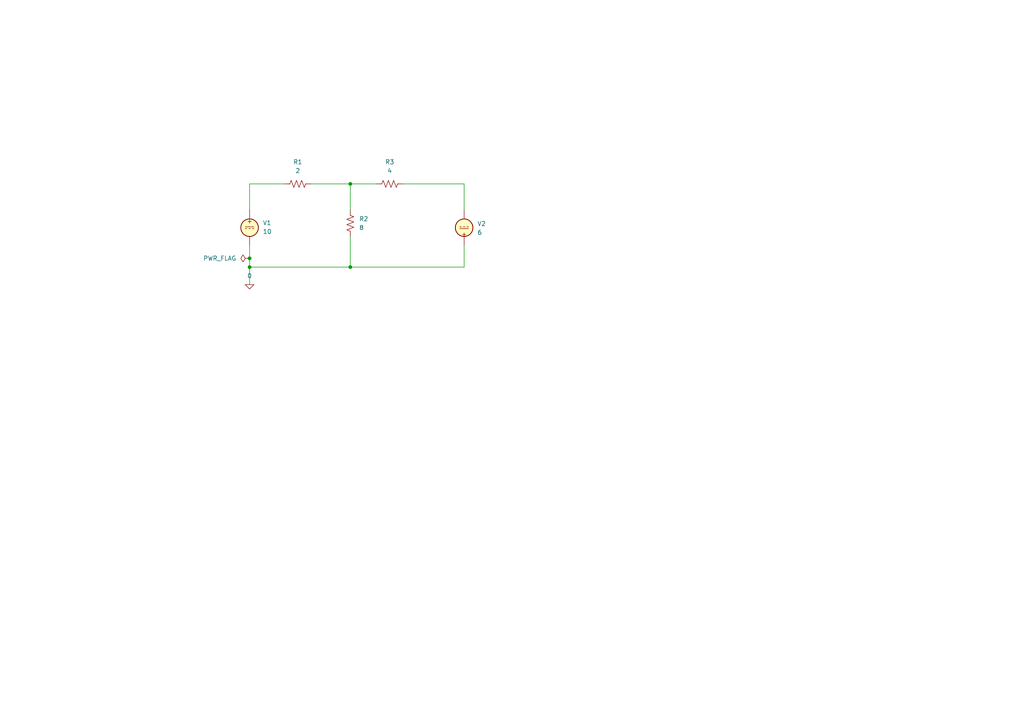
<source format=kicad_sch>
(kicad_sch (version 20250114) (generator "eeschema") (generator_version "9.0")
  (paper "A4")
  (lib_symbols
    (symbol "Device:R_US" (pin_numbers (hide yes)) (pin_names (offset 0))
      (property "Reference" "R" (at 2.54 0 90))
      (property "Value" "R_US" (at -2.54 0 90))
      (symbol "R_US_0_1"
        (polyline (pts (xy 0 2.286) (xy 0 2.54)))
        (polyline (pts (xy 0 2.286) (xy 1.016 1.905) (xy 0 1.524) (xy -1.016 1.143) (xy 0 0.762)))
        (polyline (pts (xy 0 0.762) (xy 1.016 0.381) (xy 0 0) (xy -1.016 -0.381) (xy 0 -0.762)))
        (polyline (pts (xy 0 -0.762) (xy 1.016 -1.143) (xy 0 -1.524) (xy -1.016 -1.905) (xy 0 -2.286)))
        (polyline (pts (xy 0 -2.286) (xy 0 -2.54)))
      )
      (symbol "R_US_1_1"
        (pin passive line (at 0 3.81 270) (length 1.27) (name "~") (number "1"))
        (pin passive line (at 0 -3.81 90) (length 1.27) (name "~") (number "2"))
      )
    )
    (symbol "Simulation_SPICE:0" (power) (pin_numbers (hide yes)) (pin_names (offset 0) (hide yes))
      (property "Value" "0" (at 0 -2.54 0))
      (symbol "0_0_1"
        (polyline (pts (xy -1.27 0) (xy 0 -1.27) (xy 1.27 0) (xy -1.27 0)))
      )
      (symbol "0_1_1"
        (pin power_in line (at 0 0 0) (length 0) (name "~") (number "1"))
      )
    )
    (symbol "Simulation_SPICE:VDC" (pin_numbers (hide yes)) (pin_names (offset 0.0254))
      (property "Reference" "V" (at 2.54 2.54 0))
      (property "Value" "1" (at 2.54 0 0))
      (symbol "VDC_0_0"
        (polyline (pts (xy -1.27 0.254) (xy 1.27 0.254)))
        (polyline (pts (xy -0.762 -0.254) (xy -1.27 -0.254)))
        (polyline (pts (xy 0.254 -0.254) (xy -0.254 -0.254)))
        (polyline (pts (xy 1.27 -0.254) (xy 0.762 -0.254)))
        (text "+" (at 0 1.905 0) (effects (font (size 1.27 1.27))))
      )
      (symbol "VDC_0_1"
        (circle (center 0 0) (radius 2.54) (stroke (width 0.254)) (fill (type background)))
      )
      (symbol "VDC_1_1"
        (pin passive line (at 0 5.08 270) (length 2.54) (name "~") (number "1"))
        (pin passive line (at 0 -5.08 90) (length 2.54) (name "~") (number "2"))
      )
    )
    (symbol "power:PWR_FLAG" (power) (pin_numbers (hide yes)) (pin_names (offset 0) (hide yes))
      (property "Value" "PWR_FLAG" (at 0 3.81 0))
      (symbol "PWR_FLAG_0_0"
        (pin power_out line (at 0 0 90) (length 0) (name "~") (number "1"))
      )
      (symbol "PWR_FLAG_0_1"
        (polyline (pts (xy 0 0) (xy 0 1.27) (xy -1.016 1.905) (xy 0 2.54) (xy 1.016 1.905) (xy 0 1.27)))
      )
    )
  )
  (junction (at 101.6 53.34))
  (junction (at 72.39 77.47))
  (junction (at 101.6 77.47))
  (junction (at 72.39 74.93))
  (wire (pts (xy 72.39 53.34) (xy 82.55 53.34)))
  (wire (pts (xy 90.17 53.34) (xy 101.6 53.34)))
  (wire (pts (xy 116.84 53.34) (xy 134.62 53.34)))
  (wire (pts (xy 134.62 53.34) (xy 134.62 60.96)))
  (wire (pts (xy 134.62 71.12) (xy 134.62 77.47)))
  (wire (pts (xy 72.39 74.93) (xy 72.39 77.47)))
  (wire (pts (xy 72.39 77.47) (xy 72.39 82.55)))
  (wire (pts (xy 101.6 53.34) (xy 101.6 60.96)))
  (wire (pts (xy 72.39 60.96) (xy 72.39 53.34)))
  (wire (pts (xy 101.6 53.34) (xy 109.22 53.34)))
  (wire (pts (xy 101.6 77.47) (xy 72.39 77.47)))
  (wire (pts (xy 134.62 77.47) (xy 101.6 77.47)))
  (wire (pts (xy 72.39 71.12) (xy 72.39 74.93)))
  (wire (pts (xy 101.6 68.58) (xy 101.6 77.47)))
  (symbol (lib_id "Simulation_SPICE:VDC") (at 134.62 66.04 180) (unit 1)
    (property "Reference" "V2" (at 138.43 64.8997 0) (effects (justify right)))
    (property "Value" "6" (at 138.43 67.4397 0) (effects (justify right)))
    (property "Datasheet" "https://ngspice.sourceforge.io/docs/ngspice-html-manual/manual.xhtml#sec_Independent_Sources_for" (effects (hide yes)))
    (property "Description" "Voltage source, DC" (effects (hide yes)))
    (property "Sim.Pins" "1=+ 2=-" (effects (hide yes)))
    (property "Sim.Type" "DC" (effects (hide yes)))
    (property "Sim.Device" "V" (effects (hide yes)))
  )
  (symbol (lib_id "Device:R_US") (at 113.03 53.34 90) (unit 1)
    (property "Reference" "R3" (at 113.03 46.99 90))
    (property "Value" "4" (at 113.03 49.53 90))
    (property "Description" "Resistor, US symbol" (effects (hide yes)))
  )
  (symbol (lib_id "Simulation_SPICE:0") (at 72.39 82.55 0) (unit 1)
    (property "Reference" "#GND01" (effects (hide yes)))
    (property "Value" "0" (at 72.39 80.01 0))
    (property "Datasheet" "https://ngspice.sourceforge.io/docs/ngspice-html-manual/manual.xhtml#subsec_Circuit_elements__device" (effects (hide yes)))
    (property "Description" "0V reference potential for simulation" (effects (hide yes)))
  )
  (symbol (lib_id "power:PWR_FLAG") (at 72.39 74.93 90) (unit 1)
    (property "Reference" "#FLG01" (effects (hide yes)))
    (property "Value" "PWR_FLAG" (at 68.58 74.9299 90) (effects (justify left)))
    (property "Description" "Special symbol for telling ERC where power comes from" (effects (hide yes)))
  )
  (symbol (lib_id "Simulation_SPICE:VDC") (at 72.39 66.04 0) (unit 1)
    (property "Reference" "V1" (at 76.2 64.6401 0) (effects (justify left)))
    (property "Value" "10" (at 76.2 67.1801 0) (effects (justify left)))
    (property "Datasheet" "https://ngspice.sourceforge.io/docs/ngspice-html-manual/manual.xhtml#sec_Independent_Sources_for" (effects (hide yes)))
    (property "Description" "Voltage source, DC" (effects (hide yes)))
    (property "Sim.Pins" "1=+ 2=-" (effects (hide yes)))
    (property "Sim.Type" "DC" (effects (hide yes)))
    (property "Sim.Device" "V" (effects (hide yes)))
  )
  (symbol (lib_id "Device:R_US") (at 86.36 53.34 90) (unit 1)
    (property "Reference" "R1" (at 86.36 46.99 90))
    (property "Value" "2" (at 86.36 49.53 90))
    (property "Description" "Resistor, US symbol" (effects (hide yes)))
  )
  (symbol (lib_id "Device:R_US") (at 101.6 64.77 0) (unit 1)
    (property "Reference" "R2" (at 104.14 63.4999 0) (effects (justify left)))
    (property "Value" "8" (at 104.14 66.0399 0) (effects (justify left)))
    (property "Description" "Resistor, US symbol" (effects (hide yes)))
  )
)
</source>
